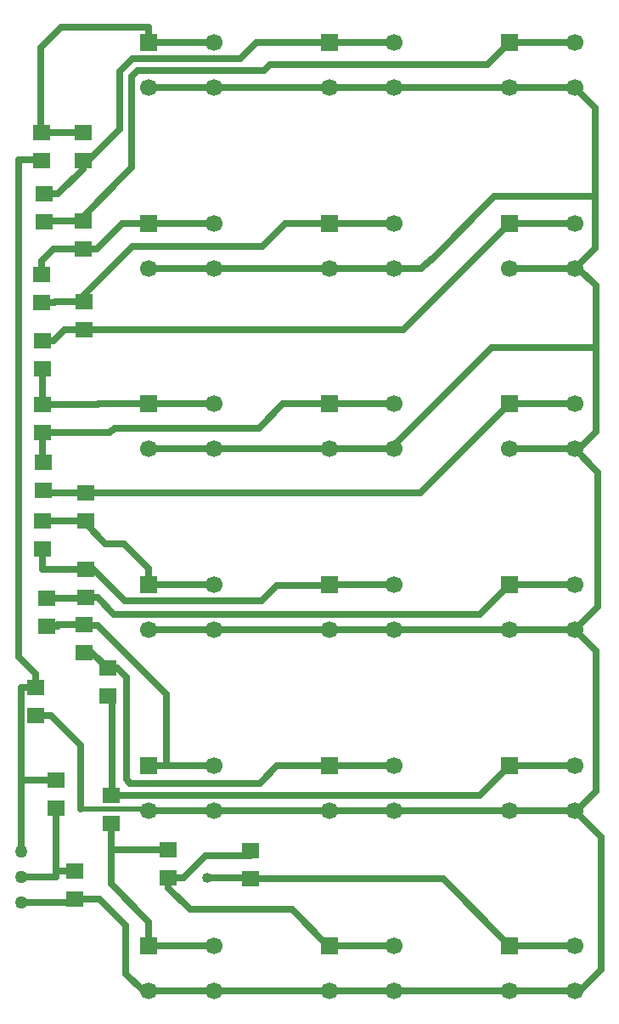
<source format=gbr>
G04 DipTrace 3.3.1.1*
G04 Top.gbr*
%MOIN*%
G04 #@! TF.FileFunction,Copper,L1,Top*
G04 #@! TF.Part,Single*
G04 #@! TA.AperFunction,Conductor*
%ADD14C,0.027559*%
%ADD15C,0.019685*%
%ADD16R,0.070866X0.062992*%
G04 #@! TA.AperFunction,ComponentPad*
%ADD17C,0.05*%
%ADD18R,0.066929X0.066929*%
%ADD19C,0.066929*%
G04 #@! TA.AperFunction,ViaPad*
%ADD20C,0.04*%
%FSLAX26Y26*%
G04*
G70*
G90*
G75*
G01*
G04 Top*
%LPD*%
X737060Y3851552D2*
D14*
X571165D1*
Y4183370D1*
X649906Y4262110D1*
X994394D1*
Y4203055D1*
X1250299D1*
X737060Y3851552D2*
X630220D1*
X574175D1*
X584126Y3609387D2*
X639163D1*
X737060Y3707285D1*
Y3741316D1*
X1703055Y4203055D2*
X1958961D1*
X737060Y3741316D2*
Y3719344D1*
X879860Y3862143D1*
Y4088562D1*
X930436Y4139138D1*
X1354322D1*
X1418239Y4203055D1*
X1703055D1*
X584126Y3499151D2*
X604130D1*
X609215Y3504236D1*
X738488D1*
X2411717Y4203055D2*
X2667622D1*
X738488Y3504236D2*
X719420D1*
X928412Y3713228D1*
Y4070543D1*
X949699Y4091831D1*
X1446155D1*
X1471199Y4116875D1*
X2325537D1*
X2411717Y4203055D1*
X575630Y3294272D2*
Y3347041D1*
X622589Y3394000D1*
X738488D1*
X994394Y3494394D2*
X1250299D1*
X738488Y3394000D2*
X790066D1*
X890459Y3494394D1*
X994394D1*
X575630Y3184035D2*
X624424D1*
X627875Y3187487D1*
X741550D1*
X1703055Y3494394D2*
X1958961D1*
X741550Y3187487D2*
Y3214693D1*
X931337Y3404480D1*
X1440101D1*
X1530014Y3494394D1*
X1703055D1*
X1250299Y1191244D2*
X1511223D1*
X1703055D1*
X2667622Y4025890D2*
X2746888Y3946623D1*
Y3599276D1*
Y3396495D1*
X2667622Y3317228D1*
X994394Y2608567D2*
X1250299D1*
X1958961Y4025890D2*
X2411717D1*
X1958961Y1899906D2*
X2411717D1*
X1250299Y3317228D2*
X1703055D1*
X994394Y1899906D2*
X1250299D1*
X994394Y4025890D2*
X1250299D1*
X2411717D2*
X2667622D1*
X1250299Y3317228D2*
X994394D1*
X1703055D2*
X1958961D1*
X2411717D2*
X2667622D1*
X2411717Y2608567D2*
X2667622D1*
X2411717Y1899906D2*
X2667622D1*
X994394Y1191244D2*
X1250299D1*
X2411717D2*
X2667622D1*
X1958961D2*
X2283883D1*
X2411717D1*
X1703055D2*
X1958961D1*
X2667622Y2608567D2*
X2758001Y2518188D1*
Y1990285D1*
X2667622Y1899906D1*
Y3317228D2*
X2682701D1*
X2751285Y3248644D1*
Y3006541D1*
Y2678173D1*
X2676148Y2603037D1*
X2673152D1*
X2667622Y2608567D1*
X1703055D2*
X1958961D1*
X1250299D2*
X1703055D1*
Y1899906D2*
X1958961D1*
X1250299D2*
X1703055D1*
Y4025890D2*
X1958961D1*
X1250299D2*
X1703055D1*
X551904Y1563245D2*
X612339D1*
X728831Y1446753D1*
Y1196001D1*
D15*
X994394D1*
D14*
Y1191244D1*
X1250299D2*
X1361399D1*
X2667622Y1899906D2*
X2750593Y1816934D1*
Y1266558D1*
X2681761Y1197726D1*
X2667622D1*
Y1191244D1*
X1958961Y3317228D2*
X2065731D1*
X2102894Y3354391D1*
Y3351608D1*
X2350562Y3599276D1*
X2746888D1*
X1958961Y2608567D2*
Y2622892D1*
X2342609Y3006541D1*
X2751285D1*
X2656669Y3317228D2*
X2667622D1*
Y1191244D2*
X2771033Y1087833D1*
Y566888D1*
X2686727Y482583D1*
X2667622D1*
X994394D2*
X1250299D1*
X703789Y841861D2*
Y831008D1*
X494000D1*
X703789Y841861D2*
X802438D1*
X905811Y738488D1*
Y550325D1*
X973554Y482583D1*
X994394D1*
X1703055D2*
X1958961D1*
X2411717D1*
X2667622D1*
X1250299D2*
X1296814D1*
X1703055D1*
X577441Y3033929D2*
X622129D1*
X665450Y3077251D1*
X741550D1*
X2411717Y3494394D2*
X2667622D1*
X741550Y3077251D2*
X1994573D1*
X2411717Y3494394D1*
X1250299Y2785732D2*
X994394D1*
X577287Y2783510D2*
Y2923693D1*
X577441D1*
X994394Y2785732D2*
X796875D1*
X794654Y2783510D1*
X577287D1*
X1703055Y2785732D2*
X1750299D1*
X1958961D1*
X577287Y2673274D2*
X841898D1*
X859559Y2690936D1*
X1426958D1*
X1521755Y2785732D1*
X1703055D1*
X581635Y2555614D2*
X577287D1*
Y2673274D1*
X581635Y2445378D2*
X587567D1*
X596760Y2436185D1*
X746420D1*
X2411717Y2785732D2*
X2667622D1*
X746420Y2436185D2*
X2062169D1*
X2411717Y2785732D1*
X746420Y2325949D2*
Y2317428D1*
X825986Y2237862D1*
X897377D1*
X994394Y2140845D1*
Y2077071D1*
X1250299D1*
X746420Y2325949D2*
X732735D1*
X732004Y2326680D1*
X577915D1*
Y2216444D2*
Y2136186D1*
X747689D1*
X1703055Y2077071D2*
X1958961D1*
X747689Y2136186D2*
Y2147385D1*
X766600D1*
X901394Y2012591D1*
X1437260D1*
X1498676Y2074007D1*
X1699991D1*
X1703055Y2077071D1*
X592874Y2023744D2*
X725661D1*
X727867Y2025950D1*
X747689D1*
X2411717Y2077071D2*
X2667622D1*
X747689Y2025950D2*
X794667D1*
X859345Y1961272D1*
X2295917D1*
X2411717Y2077071D1*
X994394Y1368409D2*
X1062992D1*
Y1647832D1*
X794903Y1915921D1*
X742369D1*
Y1920870D1*
X1250299Y1368409D2*
X994394D1*
X742369Y1920870D2*
X636768D1*
Y1913508D1*
X592874D1*
X742369Y1810634D2*
X771625D1*
X833013Y1749245D1*
X835106D1*
X1703055Y1368409D2*
X1958961D1*
X835106Y1749245D2*
X870172D1*
X907135Y1712282D1*
Y1312354D1*
X921558Y1297932D1*
X1430045D1*
X1498676Y1366563D1*
X1701209D1*
X1703055Y1368409D1*
X846756Y1140063D2*
Y1036824D1*
X1071014D1*
X846756D2*
Y902444D1*
X994394Y754806D1*
Y659748D1*
X1250299D1*
X494000Y931008D2*
X630220D1*
Y952097D1*
Y1199118D1*
X703789Y952097D2*
X630220D1*
X2667622Y659748D2*
X2391217D1*
X2411717D1*
X1395012Y921877D2*
X2149588D1*
X2411717Y659748D1*
X1395012Y921877D2*
Y925757D1*
X1222864D1*
X630220Y1309354D2*
X494000D1*
Y1031008D1*
X551904Y1673482D2*
Y1728217D1*
X485642Y1794479D1*
Y3744411D1*
X564878D1*
X567972Y3741316D1*
X574175D1*
X494000Y1031008D2*
Y1673482D1*
X551904D1*
X2667622Y1368409D2*
X2411717D1*
X2293722Y1250415D1*
X856714D1*
X856598Y1250299D1*
X846756D1*
X856598D2*
X850115D1*
Y1639009D1*
X835106D1*
X1958961Y659748D2*
X1703055D1*
X1071014Y926588D2*
X1130686D1*
X1218764Y1014664D1*
X1395012D1*
Y1032113D1*
X1071014Y926588D2*
Y887575D1*
X1156429Y802160D1*
X1556723D1*
X1699135Y659748D1*
X1703055D1*
D20*
X1222864Y925757D3*
D16*
X630220Y1309354D3*
Y1199118D3*
D17*
X494000Y1031008D3*
Y831008D3*
Y931008D3*
D16*
X574175Y3851552D3*
Y3741316D3*
X737060D3*
Y3851552D3*
X584126Y3499151D3*
Y3609387D3*
X738488Y3504236D3*
Y3394000D3*
X575630Y3294272D3*
Y3184035D3*
X741550Y3187487D3*
Y3077251D3*
X577441Y3033929D3*
Y2923693D3*
X577287Y2673274D3*
Y2783510D3*
X581635Y2445378D3*
Y2555614D3*
X746420Y2325949D3*
Y2436185D3*
X577915Y2326680D3*
Y2216444D3*
X747689Y2136186D3*
Y2025950D3*
X592874Y2023744D3*
Y1913508D3*
X742369Y1920870D3*
Y1810634D3*
X835106Y1749245D3*
Y1639009D3*
X846756Y1250299D3*
Y1140063D3*
X551904Y1673482D3*
Y1563245D3*
D18*
X994394Y4203055D3*
D19*
Y4025890D3*
X1250299D3*
Y4203055D3*
D18*
X1703055D3*
D19*
Y4025890D3*
X1958961D3*
Y4203055D3*
D18*
X2411717D3*
D19*
Y4025890D3*
X2667622D3*
Y4203055D3*
D18*
X994394Y3494394D3*
D19*
Y3317228D3*
X1250299D3*
Y3494394D3*
D18*
X1703055D3*
D19*
Y3317228D3*
X1958961D3*
Y3494394D3*
D18*
X2411717D3*
D19*
Y3317228D3*
X2667622D3*
Y3494394D3*
D18*
X994394Y2785732D3*
D19*
Y2608567D3*
X1250299D3*
Y2785732D3*
D18*
X1703055D3*
D19*
Y2608567D3*
X1958961D3*
Y2785732D3*
D18*
X2411717D3*
D19*
Y2608567D3*
X2667622D3*
Y2785732D3*
D18*
X994394Y2077071D3*
D19*
Y1899906D3*
X1250299D3*
Y2077071D3*
D18*
X1703055D3*
D19*
Y1899906D3*
X1958961D3*
Y2077071D3*
D18*
X2411717D3*
D19*
Y1899906D3*
X2667622D3*
Y2077071D3*
D18*
X1703055Y1368409D3*
D19*
Y1191244D3*
X1958961D3*
Y1368409D3*
D18*
X2411717D3*
D19*
Y1191244D3*
X2667622D3*
Y1368409D3*
D18*
X994394Y659748D3*
D19*
Y482583D3*
X1250299D3*
Y659748D3*
D18*
X1703055D3*
D19*
Y482583D3*
X1958961D3*
Y659748D3*
D18*
X2411717D3*
D19*
Y482583D3*
X2667622D3*
Y659748D3*
D18*
X994394Y1368409D3*
D19*
Y1191244D3*
X1250299D3*
Y1368409D3*
D16*
X703789Y841861D3*
Y952097D3*
X1071014Y1036824D3*
Y926588D3*
X1395012Y1032113D3*
Y921877D3*
M02*

</source>
